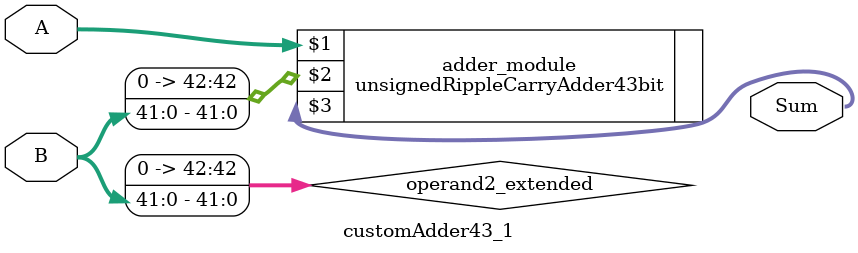
<source format=v>
module customAdder43_1(
                        input [42 : 0] A,
                        input [41 : 0] B,
                        
                        output [43 : 0] Sum
                );

        wire [42 : 0] operand2_extended;
        
        assign operand2_extended =  {1'b0, B};
        
        unsignedRippleCarryAdder43bit adder_module(
            A,
            operand2_extended,
            Sum
        );
        
        endmodule
        
</source>
